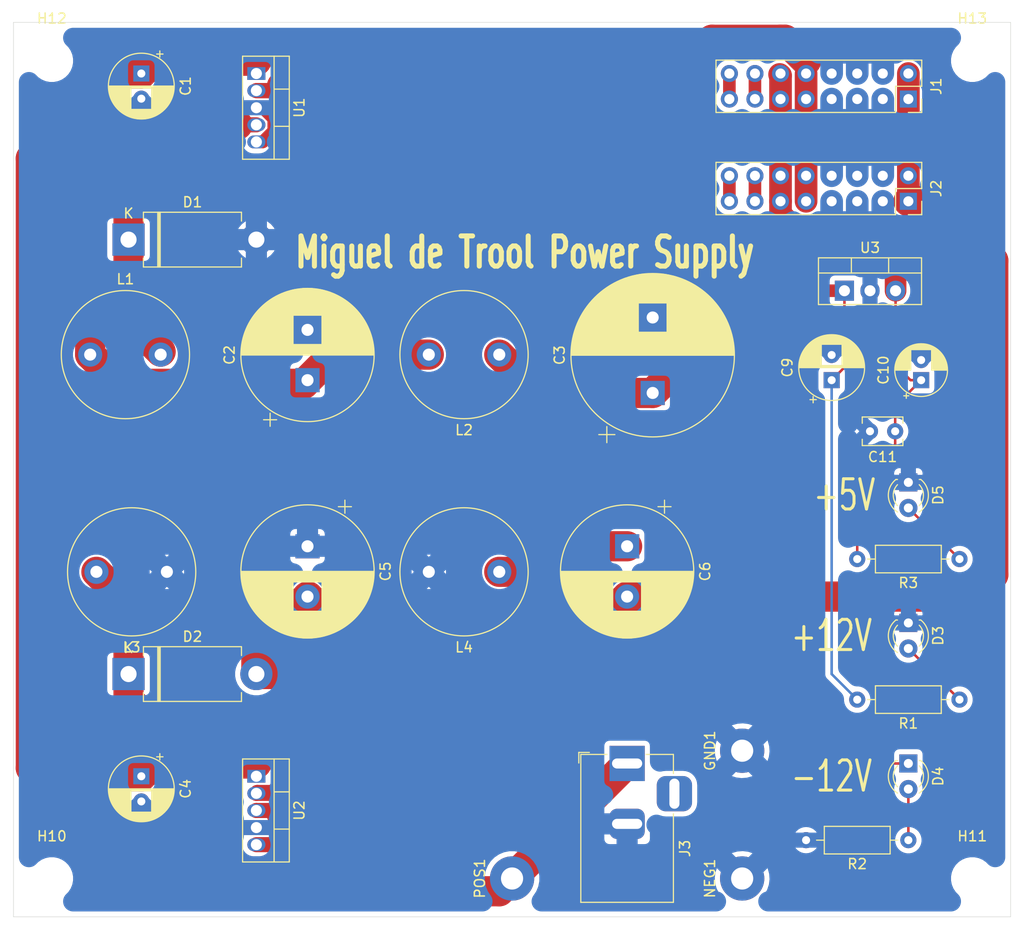
<source format=kicad_pcb>
(kicad_pcb (version 20171130) (host pcbnew "(5.1.6)-1")
  (layers (0 F.Cu signal) (31 B.Cu signal) (34 B.Paste user) (35 F.Paste user) (36 B.SilkS user) (37 F.SilkS user) (38 B.Mask user) (39 F.Mask user) (44 Edge.Cuts user))
  (net 0 "")
  (net 1 GND)
  (net 2 +15V)
  (net 3 "Net-(C2-Pad1)")
  (net 4 "Net-(C3-Pad1)")
  (net 5 "Net-(C5-Pad2)")
  (net 6 "Net-(C6-Pad1)")
  (net 7 "Net-(C10-Pad1)")
  (net 8 "Net-(D1-Pad1)")
  (net 9 "Net-(D2-Pad1)")
  (net 10 "Net-(D3-Pad2)")
  (net 11 "Net-(D4-Pad2)")
  (net 12 "Net-(D5-Pad2)")
  (net 13 "Net-(J1-Pad15)")
  (net 14 "Net-(J1-Pad13)")
  (net 15 "Net-(J2-Pad15)")
  (net 16 "Net-(J2-Pad13)")
  (module Capacitor_THT:CP_Radial_D13.0mm_P5.00mm (layer F.Cu) (at 118.11 86.36 90)
    (fp_text reference C2 (at 2.5 -7.75 90) (layer F.SilkS))
    (fp_text value 2200µF)
    (pad 2 thru_hole circle (at 5 0 90) (size 2.4 2.4) (drill 1.2) (layers *.Cu *.Mask) (net 1 GND))
    (pad 1 thru_hole rect (at 0 0 90) (size 2.4 2.4) (drill 1.2) (layers *.Cu *.Mask) (net 3 "Net-(C2-Pad1)"))
  )
  (module Capacitor_THT:CP_Radial_D13.0mm_P5.00mm (layer F.Cu) (at 118.11 102.87 270)
    (fp_text reference C5 (at 2.5 -7.75 90) (layer F.SilkS))
    (fp_text value 2200µF)
    (pad 2 thru_hole circle (at 5 0 270) (size 2.4 2.4) (drill 1.2) (layers *.Cu *.Mask) (net 5 "Net-(C5-Pad2)"))
    (pad 1 thru_hole rect (at 0 0 270) (size 2.4 2.4) (drill 1.2) (layers *.Cu *.Mask) (net 1 GND))
  )
  (module Capacitor_THT:CP_Radial_D6.3mm_P2.50mm (layer F.Cu) (at 101.6 125.73 270)
    (fp_text reference C4 (at 1.25 -4.4 90) (layer F.SilkS))
    (fp_text value 100µF)
    (pad 2 thru_hole circle (at 2.5 0 270) (size 1.6 1.6) (drill 0.8) (layers *.Cu *.Mask) (net 1 GND))
    (pad 1 thru_hole rect (at 0 0 270) (size 1.6 1.6) (drill 0.8) (layers *.Cu *.Mask) (net 2 +15V))
  )
  (module Inductor_THT:L_Radial_D12.5mm_P7.00mm_Fastron_09HCP (layer F.Cu) (at 104.14 105.41 180)
    (fp_text reference L3 (at 3.5 -7.5) (layer F.SilkS))
    (fp_text value 100µH)
    (pad 2 thru_hole circle (at 7 0 180) (size 2.4 2.4) (drill 1.2) (layers *.Cu *.Mask) (net 9 "Net-(D2-Pad1)"))
    (pad 1 thru_hole circle (at 0 0 180) (size 2.4 2.4) (drill 1.2) (layers *.Cu *.Mask) (net 1 GND))
  )
  (module Inductor_THT:L_Radial_D12.5mm_P7.00mm_Fastron_09HCP (layer F.Cu) (at 137.16 105.41 180)
    (fp_text reference L4 (at 3.5 -7.5) (layer F.SilkS))
    (fp_text value 100µH)
    (pad 2 thru_hole circle (at 7 0 180) (size 2.4 2.4) (drill 1.2) (layers *.Cu *.Mask) (net 1 GND))
    (pad 1 thru_hole circle (at 0 0 180) (size 2.4 2.4) (drill 1.2) (layers *.Cu *.Mask) (net 6 "Net-(C6-Pad1)"))
  )
  (module Capacitor_THT:CP_Radial_D16.0mm_P7.50mm (layer F.Cu) (at 152.4 87.63 90)
    (fp_text reference C3 (at 3.75 -9.25 90) (layer F.SilkS))
    (fp_text value 4700µF)
    (pad 2 thru_hole circle (at 7.5 0 90) (size 2.4 2.4) (drill 1.2) (layers *.Cu *.Mask) (net 1 GND))
    (pad 1 thru_hole rect (at 0 0 90) (size 2.4 2.4) (drill 1.2) (layers *.Cu *.Mask) (net 4 "Net-(C3-Pad1)"))
  )
  (module Capacitor_THT:CP_Radial_D6.3mm_P2.50mm (layer F.Cu) (at 101.6 55.88 270)
    (fp_text reference C1 (at 1.25 -4.4 90) (layer F.SilkS))
    (fp_text value 100µF)
    (pad 2 thru_hole circle (at 2.5 0 270) (size 1.6 1.6) (drill 0.8) (layers *.Cu *.Mask) (net 1 GND))
    (pad 1 thru_hole rect (at 0 0 270) (size 1.6 1.6) (drill 0.8) (layers *.Cu *.Mask) (net 2 +15V))
  )
  (module MountingHole:MountingHole_2.2mm_M2_Pad (layer F.Cu) (at 161.29 123.19 90)
    (fp_text reference GND1 (at 0 -3.2 90) (layer F.SilkS))
    (fp_text value "MountingHole_Pad real ground")
    (pad 1 thru_hole circle (at 0 0 90) (size 4.4 4.4) (drill 2.2) (layers *.Cu *.Mask) (net 1 GND))
  )
  (module Capacitor_THT:CP_Radial_D6.3mm_P2.50mm (layer F.Cu) (at 170.18 86.36 90)
    (fp_text reference C9 (at 1.25 -4.4 90) (layer F.SilkS))
    (fp_text value 100µf)
    (pad 2 thru_hole circle (at 2.5 0 90) (size 1.6 1.6) (drill 0.8) (layers *.Cu *.Mask) (net 1 GND))
    (pad 1 thru_hole rect (at 0 0 90) (size 1.6 1.6) (drill 0.8) (layers *.Cu *.Mask) (net 4 "Net-(C3-Pad1)"))
  )
  (module Inductor_THT:L_Radial_D12.5mm_P7.00mm_Fastron_09HCP (layer F.Cu) (at 137.16 83.82 180)
    (fp_text reference L2 (at 3.5 -7.5) (layer F.SilkS))
    (fp_text value 100µH)
    (pad 2 thru_hole circle (at 7 0 180) (size 2.4 2.4) (drill 1.2) (layers *.Cu *.Mask) (net 3 "Net-(C2-Pad1)"))
    (pad 1 thru_hole circle (at 0 0 180) (size 2.4 2.4) (drill 1.2) (layers *.Cu *.Mask) (net 4 "Net-(C3-Pad1)"))
  )
  (module LED_THT:LED_D3.0mm (layer F.Cu) (at 177.8 110.49 270)
    (fp_text reference D3 (at 1.27 -2.96 90) (layer F.SilkS))
    (fp_text value LED)
    (pad 2 thru_hole circle (at 2.54 0 270) (size 1.8 1.8) (drill 0.9) (layers *.Cu *.Mask) (net 10 "Net-(D3-Pad2)"))
    (pad 1 thru_hole rect (at 0 0 270) (size 1.8 1.8) (drill 0.9) (layers *.Cu *.Mask) (net 1 GND))
  )
  (module Diode_THT:D_DO-201AD_P12.70mm_Horizontal (layer F.Cu) (at 100.33 115.57)
    (fp_text reference D2 (at 6.35 -3.72) (layer F.SilkS))
    (fp_text value 1N5822)
    (fp_text user K (at 0 -2.6) (layer F.SilkS))
    (pad 2 thru_hole oval (at 12.7 0) (size 3.2 3.2) (drill 1.6) (layers *.Cu *.Mask) (net 5 "Net-(C5-Pad2)"))
    (pad 1 thru_hole rect (at 0 0) (size 3.2 3.2) (drill 1.6) (layers *.Cu *.Mask) (net 9 "Net-(D2-Pad1)"))
  )
  (module Diode_THT:D_DO-201AD_P12.70mm_Horizontal (layer F.Cu) (at 100.33 72.39)
    (fp_text reference D1 (at 6.35 -3.72) (layer F.SilkS))
    (fp_text value 1N5822)
    (fp_text user K (at 0 -2.6) (layer F.SilkS))
    (pad 2 thru_hole oval (at 12.7 0) (size 3.2 3.2) (drill 1.6) (layers *.Cu *.Mask) (net 1 GND))
    (pad 1 thru_hole rect (at 0 0) (size 3.2 3.2) (drill 1.6) (layers *.Cu *.Mask) (net 8 "Net-(D1-Pad1)"))
  )
  (module Inductor_THT:L_Radial_D12.5mm_P7.00mm_Fastron_09HCP (layer F.Cu) (at 96.52 83.82)
    (fp_text reference L1 (at 3.5 -7.5) (layer F.SilkS))
    (fp_text value 100µH)
    (pad 2 thru_hole circle (at 7 0) (size 2.4 2.4) (drill 1.2) (layers *.Cu *.Mask) (net 8 "Net-(D1-Pad1)"))
    (pad 1 thru_hole circle (at 0 0) (size 2.4 2.4) (drill 1.2) (layers *.Cu *.Mask) (net 3 "Net-(C2-Pad1)"))
  )
  (module Connector_PinSocket_2.54mm:PinSocket_2x08_P2.54mm_Vertical (layer F.Cu) (at 177.8 58.42 270)
    (fp_text reference J1 (at -1.27 -2.77 90) (layer F.SilkS))
    (fp_text value Conn_02x08_Odd_Even)
    (pad 16 thru_hole oval (at -2.54 17.78 270) (size 1.7 1.7) (drill 1) (layers *.Cu *.Mask) (net 13 "Net-(J1-Pad15)"))
    (pad 15 thru_hole oval (at 0 17.78 270) (size 1.7 1.7) (drill 1) (layers *.Cu *.Mask) (net 13 "Net-(J1-Pad15)"))
    (pad 14 thru_hole oval (at -2.54 15.24 270) (size 1.7 1.7) (drill 1) (layers *.Cu *.Mask) (net 14 "Net-(J1-Pad13)"))
    (pad 13 thru_hole oval (at 0 15.24 270) (size 1.7 1.7) (drill 1) (layers *.Cu *.Mask) (net 14 "Net-(J1-Pad13)"))
    (pad 12 thru_hole oval (at -2.54 12.7 270) (size 1.7 1.7) (drill 1) (layers *.Cu *.Mask) (net 7 "Net-(C10-Pad1)"))
    (pad 11 thru_hole oval (at 0 12.7 270) (size 1.7 1.7) (drill 1) (layers *.Cu *.Mask) (net 7 "Net-(C10-Pad1)"))
    (pad 10 thru_hole oval (at -2.54 10.16 270) (size 1.7 1.7) (drill 1) (layers *.Cu *.Mask) (net 4 "Net-(C3-Pad1)"))
    (pad 9 thru_hole oval (at 0 10.16 270) (size 1.7 1.7) (drill 1) (layers *.Cu *.Mask) (net 4 "Net-(C3-Pad1)"))
    (pad 8 thru_hole oval (at -2.54 7.62 270) (size 1.7 1.7) (drill 1) (layers *.Cu *.Mask) (net 1 GND))
    (pad 7 thru_hole oval (at 0 7.62 270) (size 1.7 1.7) (drill 1) (layers *.Cu *.Mask) (net 1 GND))
    (pad 6 thru_hole oval (at -2.54 5.08 270) (size 1.7 1.7) (drill 1) (layers *.Cu *.Mask) (net 1 GND))
    (pad 5 thru_hole oval (at 0 5.08 270) (size 1.7 1.7) (drill 1) (layers *.Cu *.Mask) (net 1 GND))
    (pad 4 thru_hole oval (at -2.54 2.54 270) (size 1.7 1.7) (drill 1) (layers *.Cu *.Mask) (net 1 GND))
    (pad 3 thru_hole oval (at 0 2.54 270) (size 1.7 1.7) (drill 1) (layers *.Cu *.Mask) (net 1 GND))
    (pad 2 thru_hole oval (at -2.54 0 270) (size 1.7 1.7) (drill 1) (layers *.Cu *.Mask) (net 5 "Net-(C5-Pad2)"))
    (pad 1 thru_hole rect (at 0 0 270) (size 1.7 1.7) (drill 1) (layers *.Cu *.Mask) (net 5 "Net-(C5-Pad2)"))
  )
  (module Connector_PinSocket_2.54mm:PinSocket_2x08_P2.54mm_Vertical (layer F.Cu) (at 177.8 68.58 270)
    (fp_text reference J2 (at -1.27 -2.77 90) (layer F.SilkS))
    (fp_text value Conn_02x08_Odd_Even)
    (pad 16 thru_hole oval (at -2.54 17.78 270) (size 1.7 1.7) (drill 1) (layers *.Cu *.Mask) (net 15 "Net-(J2-Pad15)"))
    (pad 15 thru_hole oval (at 0 17.78 270) (size 1.7 1.7) (drill 1) (layers *.Cu *.Mask) (net 15 "Net-(J2-Pad15)"))
    (pad 14 thru_hole oval (at -2.54 15.24 270) (size 1.7 1.7) (drill 1) (layers *.Cu *.Mask) (net 16 "Net-(J2-Pad13)"))
    (pad 13 thru_hole oval (at 0 15.24 270) (size 1.7 1.7) (drill 1) (layers *.Cu *.Mask) (net 16 "Net-(J2-Pad13)"))
    (pad 12 thru_hole oval (at -2.54 12.7 270) (size 1.7 1.7) (drill 1) (layers *.Cu *.Mask) (net 7 "Net-(C10-Pad1)"))
    (pad 11 thru_hole oval (at 0 12.7 270) (size 1.7 1.7) (drill 1) (layers *.Cu *.Mask) (net 7 "Net-(C10-Pad1)"))
    (pad 10 thru_hole oval (at -2.54 10.16 270) (size 1.7 1.7) (drill 1) (layers *.Cu *.Mask) (net 4 "Net-(C3-Pad1)"))
    (pad 9 thru_hole oval (at 0 10.16 270) (size 1.7 1.7) (drill 1) (layers *.Cu *.Mask) (net 4 "Net-(C3-Pad1)"))
    (pad 8 thru_hole oval (at -2.54 7.62 270) (size 1.7 1.7) (drill 1) (layers *.Cu *.Mask) (net 1 GND))
    (pad 7 thru_hole oval (at 0 7.62 270) (size 1.7 1.7) (drill 1) (layers *.Cu *.Mask) (net 1 GND))
    (pad 6 thru_hole oval (at -2.54 5.08 270) (size 1.7 1.7) (drill 1) (layers *.Cu *.Mask) (net 1 GND))
    (pad 5 thru_hole oval (at 0 5.08 270) (size 1.7 1.7) (drill 1) (layers *.Cu *.Mask) (net 1 GND))
    (pad 4 thru_hole oval (at -2.54 2.54 270) (size 1.7 1.7) (drill 1) (layers *.Cu *.Mask) (net 1 GND))
    (pad 3 thru_hole oval (at 0 2.54 270) (size 1.7 1.7) (drill 1) (layers *.Cu *.Mask) (net 1 GND))
    (pad 2 thru_hole oval (at -2.54 0 270) (size 1.7 1.7) (drill 1) (layers *.Cu *.Mask) (net 5 "Net-(C5-Pad2)"))
    (pad 1 thru_hole rect (at 0 0 270) (size 1.7 1.7) (drill 1) (layers *.Cu *.Mask) (net 5 "Net-(C5-Pad2)"))
  )
  (module LED_THT:LED_D3.0mm (layer F.Cu) (at 177.8 96.52 270)
    (fp_text reference D5 (at 1.27 -2.96 90) (layer F.SilkS))
    (fp_text value LED)
    (pad 2 thru_hole circle (at 2.54 0 270) (size 1.8 1.8) (drill 0.9) (layers *.Cu *.Mask) (net 12 "Net-(D5-Pad2)"))
    (pad 1 thru_hole rect (at 0 0 270) (size 1.8 1.8) (drill 0.9) (layers *.Cu *.Mask) (net 1 GND))
  )
  (module MountingHole:MountingHole_2.2mm_M2_Pad (layer F.Cu) (at 161.29 135.89 90)
    (fp_text reference NEG1 (at 0 -3.2 90) (layer F.SilkS))
    (fp_text value MountingHole_Pad)
    (pad 1 thru_hole circle (at 0 0 90) (size 4.4 4.4) (drill 2.2) (layers *.Cu *.Mask) (net 1 GND))
  )
  (module MountingHole:MountingHole_2.2mm_M2_Pad (layer F.Cu) (at 138.43 135.89 90)
    (fp_text reference POS1 (at 0 -3.2 90) (layer F.SilkS))
    (fp_text value MountingHole_Pad)
    (pad 1 thru_hole circle (at 0 0 90) (size 4.4 4.4) (drill 2.2) (layers *.Cu *.Mask) (net 2 +15V))
  )
  (module LED_THT:LED_D3.0mm (layer F.Cu) (at 177.8 124.46 270)
    (fp_text reference D4 (at 1.27 -2.96 90) (layer F.SilkS))
    (fp_text value LED)
    (pad 2 thru_hole circle (at 2.54 0 270) (size 1.8 1.8) (drill 0.9) (layers *.Cu *.Mask) (net 11 "Net-(D4-Pad2)"))
    (pad 1 thru_hole rect (at 0 0 270) (size 1.8 1.8) (drill 0.9) (layers *.Cu *.Mask) (net 5 "Net-(C5-Pad2)"))
  )
  (module Capacitor_THT:C_Disc_D3.8mm_W2.6mm_P2.50mm (layer F.Cu) (at 176.49 91.44 180)
    (fp_text reference C11 (at 1.25 -2.55) (layer F.SilkS))
    (fp_text value 100nF)
    (pad 2 thru_hole circle (at 2.5 0 180) (size 1.6 1.6) (drill 0.8) (layers *.Cu *.Mask) (net 1 GND))
    (pad 1 thru_hole circle (at 0 0 180) (size 1.6 1.6) (drill 0.8) (layers *.Cu *.Mask) (net 7 "Net-(C10-Pad1)"))
  )
  (module Capacitor_THT:CP_Radial_D5.0mm_P2.00mm (layer F.Cu) (at 179.07 86.36 90)
    (fp_text reference C10 (at 1 -3.75 90) (layer F.SilkS))
    (fp_text value 10µF)
    (pad 2 thru_hole circle (at 2 0 90) (size 1.6 1.6) (drill 0.8) (layers *.Cu *.Mask) (net 1 GND))
    (pad 1 thru_hole rect (at 0 0 90) (size 1.6 1.6) (drill 0.8) (layers *.Cu *.Mask) (net 7 "Net-(C10-Pad1)"))
  )
  (module Capacitor_THT:CP_Radial_D13.0mm_P5.00mm (layer F.Cu) (at 149.86 102.87 270)
    (fp_text reference C6 (at 2.5 -7.75 90) (layer F.SilkS))
    (fp_text value 2200µF)
    (pad 2 thru_hole circle (at 5 0 270) (size 2.4 2.4) (drill 1.2) (layers *.Cu *.Mask) (net 5 "Net-(C5-Pad2)"))
    (pad 1 thru_hole rect (at 0 0 270) (size 2.4 2.4) (drill 1.2) (layers *.Cu *.Mask) (net 6 "Net-(C6-Pad1)"))
  )
  (module Connector_BarrelJack:BarrelJack_Horizontal (layer F.Cu) (at 149.86 124.46 90)
    (fp_text reference J3 (at -8.45 5.75 90) (layer F.SilkS))
    (fp_text value Barrel_Jack)
    (pad 3 thru_hole roundrect (at -3 4.7 90) (size 3.5 3.5) (drill oval 3 1) (layers *.Cu *.Mask))
    (pad 2 thru_hole roundrect (at -6 0 90) (size 3 3.5) (drill oval 1 3) (layers *.Cu *.Mask) (net 1 GND))
    (pad 1 thru_hole rect (at 0 0 90) (size 3.5 3.5) (drill oval 1 3) (layers *.Cu *.Mask) (net 2 +15V))
  )
  (module MountingHole:MountingHole_3.2mm_M3 (layer F.Cu) (at 184.15 54.61)
    (fp_text reference H13 (at 0 -4.2) (layer F.SilkS))
    (fp_text value MountingHole)
    (pad 1 np_thru_hole circle (at 0 0) (size 3.2 3.2) (drill 3.2) (layers *.Cu *.Mask))
  )
  (module MountingHole:MountingHole_3.2mm_M3 (layer F.Cu) (at 92.71 54.61)
    (fp_text reference H12 (at 0 -4.2) (layer F.SilkS))
    (fp_text value MountingHole)
    (pad 1 np_thru_hole circle (at 0 0) (size 3.2 3.2) (drill 3.2) (layers *.Cu *.Mask))
  )
  (module MountingHole:MountingHole_3.2mm_M3 (layer F.Cu) (at 184.15 135.89)
    (fp_text reference H11 (at 0 -4.2) (layer F.SilkS))
    (fp_text value MountingHole)
    (pad 1 np_thru_hole circle (at 0 0) (size 3.2 3.2) (drill 3.2) (layers *.Cu *.Mask))
  )
  (module Package_TO_SOT_THT:TO-220-3_Vertical (layer F.Cu) (at 171.45 77.47)
    (fp_text reference U3 (at 2.54 -4.27) (layer F.SilkS))
    (fp_text value LM7805_TO220)
    (pad 3 thru_hole oval (at 5.08 0) (size 1.905 2) (drill 1.1) (layers *.Cu *.Mask) (net 7 "Net-(C10-Pad1)"))
    (pad 2 thru_hole oval (at 2.54 0) (size 1.905 2) (drill 1.1) (layers *.Cu *.Mask) (net 1 GND))
    (pad 1 thru_hole rect (at 0 0) (size 1.905 2) (drill 1.1) (layers *.Cu *.Mask) (net 4 "Net-(C3-Pad1)"))
  )
  (module Package_TO_SOT_THT:TO-220-5_Vertical (layer F.Cu) (at 113.03 125.73 270)
    (fp_text reference U2 (at 3.4 -4.27 90) (layer F.SilkS))
    (fp_text value LM2576T-12)
    (pad 5 thru_hole oval (at 6.8 0 270) (size 1.275 1.8) (drill 1.1) (layers *.Cu *.Mask) (net 5 "Net-(C5-Pad2)"))
    (pad 4 thru_hole oval (at 5.1 0 270) (size 1.275 1.8) (drill 1.1) (layers *.Cu *.Mask) (net 1 GND))
    (pad 3 thru_hole oval (at 3.4 0 270) (size 1.275 1.8) (drill 1.1) (layers *.Cu *.Mask) (net 5 "Net-(C5-Pad2)"))
    (pad 2 thru_hole oval (at 1.7 0 270) (size 1.275 1.8) (drill 1.1) (layers *.Cu *.Mask) (net 9 "Net-(D2-Pad1)"))
    (pad 1 thru_hole rect (at 0 0 270) (size 1.275 1.8) (drill 1.1) (layers *.Cu *.Mask) (net 2 +15V))
  )
  (module Package_TO_SOT_THT:TO-220-5_Vertical (layer F.Cu) (at 113.03 55.88 270)
    (fp_text reference U1 (at 3.4 -4.27 90) (layer F.SilkS))
    (fp_text value LM2576T-12)
    (pad 5 thru_hole oval (at 6.8 0 270) (size 1.275 1.8) (drill 1.1) (layers *.Cu *.Mask) (net 1 GND))
    (pad 4 thru_hole oval (at 5.1 0 270) (size 1.275 1.8) (drill 1.1) (layers *.Cu *.Mask) (net 3 "Net-(C2-Pad1)"))
    (pad 3 thru_hole oval (at 3.4 0 270) (size 1.275 1.8) (drill 1.1) (layers *.Cu *.Mask) (net 1 GND))
    (pad 2 thru_hole oval (at 1.7 0 270) (size 1.275 1.8) (drill 1.1) (layers *.Cu *.Mask) (net 8 "Net-(D1-Pad1)"))
    (pad 1 thru_hole rect (at 0 0 270) (size 1.275 1.8) (drill 1.1) (layers *.Cu *.Mask) (net 2 +15V))
  )
  (module Resistor_THT:R_Axial_DIN0207_L6.3mm_D2.5mm_P10.16mm_Horizontal (layer F.Cu) (at 182.88 104.14 180)
    (fp_text reference R3 (at 5.08 -2.37) (layer F.SilkS))
    (fp_text value 1000)
    (pad 2 thru_hole oval (at 10.16 0 180) (size 1.6 1.6) (drill 0.8) (layers *.Cu *.Mask) (net 7 "Net-(C10-Pad1)"))
    (pad 1 thru_hole circle (at 0 0 180) (size 1.6 1.6) (drill 0.8) (layers *.Cu *.Mask) (net 12 "Net-(D5-Pad2)"))
  )
  (module Resistor_THT:R_Axial_DIN0207_L6.3mm_D2.5mm_P10.16mm_Horizontal (layer F.Cu) (at 177.8 132.08 180)
    (fp_text reference R2 (at 5.08 -2.37) (layer F.SilkS))
    (fp_text value 1000)
    (pad 2 thru_hole oval (at 10.16 0 180) (size 1.6 1.6) (drill 0.8) (layers *.Cu *.Mask) (net 1 GND))
    (pad 1 thru_hole circle (at 0 0 180) (size 1.6 1.6) (drill 0.8) (layers *.Cu *.Mask) (net 11 "Net-(D4-Pad2)"))
  )
  (module Resistor_THT:R_Axial_DIN0207_L6.3mm_D2.5mm_P10.16mm_Horizontal (layer F.Cu) (at 182.88 118.11 180)
    (fp_text reference R1 (at 5.08 -2.37) (layer F.SilkS))
    (fp_text value 1000)
    (pad 2 thru_hole oval (at 10.16 0 180) (size 1.6 1.6) (drill 0.8) (layers *.Cu *.Mask) (net 4 "Net-(C3-Pad1)"))
    (pad 1 thru_hole circle (at 0 0 180) (size 1.6 1.6) (drill 0.8) (layers *.Cu *.Mask) (net 10 "Net-(D3-Pad2)"))
  )
  (module MountingHole:MountingHole_3.2mm_M3 (layer F.Cu) (at 92.71 135.89)
    (fp_text reference H10 (at 0 -4.2) (layer F.SilkS))
    (fp_text value MountingHole)
    (pad 1 np_thru_hole circle (at 0 0) (size 3.2 3.2) (drill 3.2) (layers *.Cu *.Mask))
  )
  (gr_line (start 187.96 50.8) (end 88.9 50.8) (layer Edge.Cuts) (width 0.05))
  (gr_line (start 88.9 139.7) (end 187.96 139.7) (layer Edge.Cuts) (width 0.05))
  (gr_line (start 88.9 50.8) (end 88.9 139.7) (layer Edge.Cuts) (width 0.05))
  (gr_line (start 187.96 139.7) (end 187.96 50.8) (layer Edge.Cuts) (width 0.05))
  (gr_text "Miguel de Trool Power Supply" (at 139.7 73.66) (layer F.SilkS) (effects (font (size 3 2) (thickness 0.5))))
  (gr_text -12V (at 170.18 125.73) (layer F.SilkS) (effects (font (size 3 2) (thickness 0.3))))
  (gr_text +12V (at 170.18 111.76) (layer F.SilkS) (effects (font (size 3 2) (thickness 0.3))))
  (gr_text +5V (at 171.45 97.79) (layer F.SilkS) (effects (font (size 3 2) (thickness 0.3))))
  (segment (start 152.52 80.13) (end 152.4 80.13) (width 1.25) (layer B.Cu) (net 1))
  (segment (start 113.03 72.39) (end 114.3 72.39) (width 1.25) (layer B.Cu) (net 1))
  (segment (start 152.28 80.13) (end 152.4 80.13) (width 1.25) (layer B.Cu) (net 1))
  (segment (start 114.75501 60.374209) (end 113.660801 59.28) (width 1.25) (layer F.Cu) (net 1))
  (segment (start 114.75501 61.585791) (end 114.75501 60.374209) (width 1.25) (layer F.Cu) (net 1))
  (segment (start 113.660801 62.68) (end 114.75501 61.585791) (width 1.25) (layer F.Cu) (net 1))
  (segment (start 113.660801 59.28) (end 113.03 59.28) (width 1.25) (layer F.Cu) (net 1))
  (segment (start 113.03 62.68) (end 113.660801 62.68) (width 1.25) (layer F.Cu) (net 1))
  (segment (start 118.11 81.36) (end 118.19 81.36) (width 1.25) (layer B.Cu) (net 1))
  (segment (start 118.03 81.36) (end 118.11 81.36) (width 1.25) (layer B.Cu) (net 1))
  (segment (start 104.14 105.41) (end 105.41 106.68) (width 1.5) (layer B.Cu) (net 1))
  (segment (start 104.14 105.41) (end 105.41 104.14) (width 1.5) (layer B.Cu) (net 1))
  (segment (start 104.14 105.41) (end 102.87 104.14) (width 1.5) (layer B.Cu) (net 1))
  (segment (start 104.14 105.41) (end 102.87 106.68) (width 1.5) (layer B.Cu) (net 1))
  (segment (start 113.03 130.83) (end 114.28 130.83) (width 1.5) (layer B.Cu) (net 1))
  (segment (start 111.78 130.83) (end 113.03 130.83) (width 1.5) (layer B.Cu) (net 1))
  (segment (start 101.6 128.23) (end 100.33 129.5) (width 1.5) (layer B.Cu) (net 1))
  (segment (start 101.6 128.23) (end 102.87 129.5) (width 1.5) (layer B.Cu) (net 1))
  (segment (start 110.9 59.28) (end 113.03 59.28) (width 1.5) (layer B.Cu) (net 1))
  (segment (start 113.03 59.28) (end 115.16 59.28) (width 1.5) (layer B.Cu) (net 1))
  (segment (start 102.87 59.65) (end 101.6 58.38) (width 1.5) (layer B.Cu) (net 1))
  (segment (start 101.6 58.38) (end 100.33 59.65) (width 1.5) (layer B.Cu) (net 1))
  (segment (start 173.99 77.47) (end 173.99 76.2) (width 1.5) (layer B.Cu) (net 1))
  (segment (start 173.99 77.47) (end 173.99 80.01) (width 1.5) (layer B.Cu) (net 1))
  (segment (start 179.07 84.36) (end 180.34 83.09) (width 1.5) (layer B.Cu) (net 1))
  (segment (start 179.07 84.36) (end 177.8 83.09) (width 1.5) (layer B.Cu) (net 1))
  (segment (start 170.18 83.86) (end 171.45 82.59) (width 1.5) (layer B.Cu) (net 1))
  (segment (start 170.18 83.86) (end 168.91 82.59) (width 1.5) (layer B.Cu) (net 1))
  (segment (start 173.99 91.44) (end 172.72 90.17) (width 1.5) (layer B.Cu) (net 1))
  (segment (start 173.99 91.44) (end 172.72 92.71) (width 1.5) (layer B.Cu) (net 1))
  (segment (start 177.8 96.52) (end 176.53 96.52) (width 1.5) (layer B.Cu) (net 1))
  (segment (start 176.53 96.52) (end 179.07 96.52) (width 1.5) (layer B.Cu) (net 1))
  (segment (start 177.8 96.52) (end 177.8 95.25) (width 1.5) (layer B.Cu) (net 1))
  (segment (start 177.8 110.49) (end 177.8 109.22) (width 1.5) (layer B.Cu) (net 1))
  (segment (start 177.8 110.49) (end 179.07 110.49) (width 1.5) (layer B.Cu) (net 1))
  (segment (start 177.8 110.49) (end 176.53 110.49) (width 1.5) (layer B.Cu) (net 1))
  (segment (start 167.64 132.08) (end 168.91 132.08) (width 1.5) (layer B.Cu) (net 1))
  (segment (start 167.64 132.08) (end 166.37 132.08) (width 1.5) (layer B.Cu) (net 1))
  (segment (start 172.72 55.88) (end 172.72 54.61) (width 2.25) (layer B.Cu) (net 1))
  (segment (start 170.18 55.88) (end 170.18 54.61) (width 2.25) (layer B.Cu) (net 1))
  (segment (start 175.26 54.61) (end 175.26 55.88) (width 2.25) (layer B.Cu) (net 1))
  (segment (start 175.26 58.42) (end 175.26 59.69) (width 2.25) (layer B.Cu) (net 1))
  (segment (start 172.72 58.42) (end 172.72 59.69) (width 2.25) (layer B.Cu) (net 1))
  (segment (start 170.18 58.42) (end 170.18 59.69) (width 2.25) (layer B.Cu) (net 1))
  (segment (start 170.18 66.04) (end 170.18 64.77) (width 2.25) (layer B.Cu) (net 1))
  (segment (start 172.72 66.04) (end 172.72 64.77) (width 2.25) (layer B.Cu) (net 1))
  (segment (start 175.26 66.04) (end 175.26 64.77) (width 2.25) (layer B.Cu) (net 1))
  (segment (start 175.26 68.58) (end 175.26 69.85) (width 2.25) (layer B.Cu) (net 1))
  (segment (start 172.72 68.58) (end 172.72 69.85) (width 2.25) (layer B.Cu) (net 1))
  (segment (start 170.18 68.58) (end 170.18 69.85) (width 2.25) (layer B.Cu) (net 1))
  (segment (start 101.6 55.879999) (end 99.060001 55.879999) (width 3) (layer F.Cu) (net 2))
  (segment (start 99.060001 55.879999) (end 90.62501 64.31499) (width 3) (layer F.Cu) (net 2))
  (segment (start 90.62501 64.31499) (end 90.62501 124.91501) (width 3) (layer F.Cu) (net 2))
  (segment (start 92.71 125.73) (end 92.075 126.365) (width 3) (layer F.Cu) (net 2))
  (segment (start 101.6 125.73) (end 92.71 125.73) (width 3) (layer F.Cu) (net 2))
  (segment (start 90.62501 124.91501) (end 92.075 126.365) (width 3) (layer F.Cu) (net 2))
  (segment (start 137.16 137.16) (end 138.43 135.89) (width 3) (layer F.Cu) (net 2))
  (segment (start 92.075 126.365) (end 102.87 137.16) (width 3) (layer F.Cu) (net 2))
  (segment (start 102.87 137.16) (end 137.16 137.16) (width 3) (layer F.Cu) (net 2))
  (segment (start 138.43 135.89) (end 149.86 124.46) (width 3) (layer F.Cu) (net 2))
  (segment (start 101.6 125.73) (end 102.87 124.46) (width 3) (layer F.Cu) (net 2))
  (segment (start 101.6 55.88) (end 102.87 54.61) (width 3) (layer F.Cu) (net 2))
  (segment (start 102.87 124.46) (end 113.03 124.46) (width 3) (layer F.Cu) (net 2))
  (segment (start 102.87 54.61) (end 113.03 54.61) (width 3) (layer F.Cu) (net 2))
  (segment (start 111.76 124.46) (end 113.03 124.46) (width 3) (layer F.Cu) (net 2))
  (segment (start 120.65 83.82) (end 118.11 86.36) (width 3) (layer F.Cu) (net 3))
  (segment (start 130.16 83.82) (end 120.65 83.82) (width 3) (layer F.Cu) (net 3))
  (segment (start 96.52 83.82) (end 99.420001 86.720001) (width 3) (layer F.Cu) (net 3))
  (segment (start 117.749999 86.720001) (end 118.11 86.36) (width 3) (layer F.Cu) (net 3))
  (segment (start 99.420001 86.720001) (end 117.749999 86.720001) (width 3) (layer F.Cu) (net 3))
  (segment (start 96.52 83.82) (end 96.52 64.77) (width 3) (layer F.Cu) (net 3))
  (segment (start 96.52 64.77) (end 100.33 60.96) (width 3) (layer F.Cu) (net 3))
  (segment (start 100.35 60.98) (end 111.161762 60.98) (width 3) (layer F.Cu) (net 3))
  (segment (start 100.33 60.96) (end 100.35 60.98) (width 3) (layer F.Cu) (net 3))
  (segment (start 113.03 60.98) (end 111.161762 60.98) (width 1.5) (layer F.Cu) (net 3))
  (segment (start 171.45 85.09) (end 171.45 77.47) (width 0.25) (layer F.Cu) (net 4))
  (segment (start 170.18 86.36) (end 171.45 85.09) (width 0.25) (layer F.Cu) (net 4))
  (segment (start 162.56 77.47) (end 171.45 77.47) (width 1.25) (layer F.Cu) (net 4))
  (segment (start 152.4 87.63) (end 158.75 81.28) (width 3) (layer F.Cu) (net 4))
  (segment (start 162.56 77.47) (end 158.75 81.28) (width 1.25) (layer F.Cu) (net 4))
  (segment (start 140.97 87.63) (end 137.16 83.82) (width 3) (layer F.Cu) (net 4))
  (segment (start 152.4 87.63) (end 140.97 87.63) (width 3) (layer F.Cu) (net 4))
  (segment (start 156.21 78.74) (end 156.21 54.61) (width 3) (layer F.Cu) (net 4))
  (segment (start 158.75 81.28) (end 156.21 78.74) (width 3) (layer F.Cu) (net 4))
  (segment (start 156.21 54.61) (end 158.29499 52.52501) (width 3) (layer F.Cu) (net 4))
  (segment (start 170.18 115.57) (end 172.72 118.11) (width 0.25) (layer B.Cu) (net 4))
  (segment (start 170.18 86.36) (end 170.18 115.57) (width 0.25) (layer B.Cu) (net 4))
  (segment (start 158.29499 52.52501) (end 165.1 52.52501) (width 3) (layer F.Cu) (net 4))
  (segment (start 165.1 52.52501) (end 165.55501 52.52501) (width 3) (layer F.Cu) (net 4))
  (segment (start 165.55501 52.52501) (end 167.64 54.61) (width 3) (layer F.Cu) (net 4))
  (segment (start 167.64 55.88) (end 167.64 68.58) (width 2.25) (layer F.Cu) (net 4))
  (segment (start 149.86 107.87) (end 154.86 107.87) (width 0.25) (layer F.Cu) (net 5))
  (segment (start 171.45 124.46) (end 177.8 124.46) (width 0.25) (layer F.Cu) (net 5))
  (segment (start 154.86 107.87) (end 171.45 124.46) (width 0.25) (layer F.Cu) (net 5))
  (segment (start 113.03 112.95) (end 118.11 107.87) (width 3) (layer F.Cu) (net 5))
  (segment (start 113.03 115.57) (end 113.03 112.95) (width 3) (layer F.Cu) (net 5))
  (segment (start 149.419999 108.310001) (end 149.86 107.87) (width 3) (layer F.Cu) (net 5))
  (segment (start 118.11 107.87) (end 118.550001 108.310001) (width 3) (layer F.Cu) (net 5))
  (segment (start 149.86 107.87) (end 147.32 110.41) (width 3) (layer F.Cu) (net 5))
  (segment (start 147.32 110.41) (end 120.73 110.41) (width 3) (layer F.Cu) (net 5))
  (segment (start 118.19 107.87) (end 118.11 107.87) (width 3) (layer F.Cu) (net 5))
  (segment (start 120.73 110.41) (end 118.19 107.87) (width 3) (layer F.Cu) (net 5))
  (segment (start 115.292741 115.57) (end 120.65 120.927259) (width 3) (layer F.Cu) (net 5))
  (segment (start 113.03 115.57) (end 115.292741 115.57) (width 3) (layer F.Cu) (net 5))
  (segment (start 120.65 120.927259) (end 120.65 128.27) (width 3) (layer F.Cu) (net 5))
  (segment (start 120.65 128.27) (end 119.38 129.54) (width 3) (layer F.Cu) (net 5))
  (segment (start 113.030009 129.130009) (end 114.898247 129.130009) (width 1.5) (layer F.Cu) (net 5))
  (segment (start 114.898247 129.130009) (end 115.308238 129.54) (width 1.5) (layer F.Cu) (net 5))
  (segment (start 113.03 129.13) (end 113.030009 129.130009) (width 1.5) (layer F.Cu) (net 5))
  (segment (start 115.805336 129.54) (end 115.308238 129.54) (width 2.5) (layer F.Cu) (net 5))
  (segment (start 119.38 129.54) (end 115.805336 129.54) (width 2.5) (layer F.Cu) (net 5))
  (segment (start 115.57 129.775336) (end 115.805336 129.54) (width 1.5) (layer F.Cu) (net 5))
  (segment (start 115.57 132.08) (end 115.57 129.775336) (width 1.5) (layer F.Cu) (net 5))
  (segment (start 113.03 132.53) (end 115.12 132.53) (width 1.5) (layer F.Cu) (net 5))
  (segment (start 115.12 132.53) (end 115.57 132.08) (width 1.5) (layer F.Cu) (net 5))
  (segment (start 186.23499 105.70501) (end 186.23499 74.47499) (width 3) (layer F.Cu) (net 5))
  (segment (start 186.23499 74.47499) (end 180.34 68.58) (width 3) (layer F.Cu) (net 5))
  (segment (start 149.86 107.87) (end 184.07 107.87) (width 3) (layer F.Cu) (net 5))
  (segment (start 180.34 68.58) (end 177.810001 68.58) (width 3) (layer F.Cu) (net 5))
  (segment (start 184.07 107.87) (end 186.23499 105.70501) (width 3) (layer F.Cu) (net 5))
  (segment (start 177.8 68.58) (end 177.8 55.88) (width 2.25) (layer F.Cu) (net 5))
  (segment (start 139.7 105.41) (end 142.24 102.87) (width 3) (layer F.Cu) (net 6))
  (segment (start 137.16 105.41) (end 139.7 105.41) (width 3) (layer F.Cu) (net 6))
  (segment (start 149.86 102.87) (end 142.24 102.87) (width 3) (layer F.Cu) (net 6))
  (segment (start 176.53 84.87) (end 176.53 77.47) (width 0.25) (layer F.Cu) (net 7))
  (segment (start 178.02 86.36) (end 176.53 84.87) (width 0.25) (layer F.Cu) (net 7))
  (segment (start 179.07 86.36) (end 178.02 86.36) (width 0.25) (layer F.Cu) (net 7))
  (segment (start 176.49 88.94) (end 179.07 86.36) (width 0.25) (layer F.Cu) (net 7))
  (segment (start 176.49 91.44) (end 176.49 88.94) (width 0.25) (layer F.Cu) (net 7))
  (segment (start 172.72 104.14) (end 172.72 96.52) (width 0.25) (layer F.Cu) (net 7))
  (segment (start 176.49 92.75) (end 176.49 91.44) (width 0.25) (layer F.Cu) (net 7))
  (segment (start 172.72 96.52) (end 176.49 92.75) (width 0.25) (layer F.Cu) (net 7))
  (segment (start 176.53 77.47) (end 176.53 74.93) (width 2.15) (layer F.Cu) (net 7))
  (segment (start 176.53 74.93) (end 175.26 73.66) (width 2.15) (layer F.Cu) (net 7))
  (segment (start 175.26 73.66) (end 168.91 73.66) (width 2.15) (layer F.Cu) (net 7))
  (segment (start 165.1 69.85) (end 165.1 68.58) (width 2.25) (layer F.Cu) (net 7))
  (segment (start 168.91 73.66) (end 165.1 69.85) (width 2.25) (layer F.Cu) (net 7))
  (segment (start 165.1 56.065166) (end 165.007417 55.972583) (width 2.25) (layer F.Cu) (net 7))
  (segment (start 165.1 68.58) (end 165.1 56.065166) (width 2.25) (layer F.Cu) (net 7))
  (segment (start 100.33 71.907498) (end 100.33 72.39) (width 1.25) (layer F.Cu) (net 8))
  (segment (start 100.33 80.329991) (end 103.52 83.519991) (width 3) (layer F.Cu) (net 8))
  (segment (start 100.33 72.39) (end 100.33 80.329991) (width 3) (layer F.Cu) (net 8))
  (segment (start 100.33 67.79) (end 100.33 72.39) (width 3) (layer F.Cu) (net 8))
  (segment (start 116.84 57.15) (end 119.38 59.69) (width 3) (layer F.Cu) (net 8))
  (segment (start 115.57 57.15) (end 116.84 57.15) (width 3) (layer F.Cu) (net 8))
  (segment (start 119.38 59.69) (end 119.38 62.23) (width 3) (layer F.Cu) (net 8))
  (segment (start 102.657003 65.462997) (end 100.33 67.79) (width 3) (layer F.Cu) (net 8))
  (segment (start 116.147003 65.462997) (end 102.657003 65.462997) (width 3) (layer F.Cu) (net 8))
  (segment (start 119.38 62.23) (end 116.147003 65.462997) (width 3) (layer F.Cu) (net 8))
  (segment (start 115.14 57.58) (end 115.57 57.15) (width 1.5) (layer F.Cu) (net 8))
  (segment (start 113.03 57.58) (end 115.14 57.58) (width 1.5) (layer F.Cu) (net 8))
  (segment (start 114.73 57.58) (end 119.38 62.23) (width 1.5) (layer F.Cu) (net 8))
  (segment (start 113.03 57.58) (end 114.73 57.58) (width 1.5) (layer F.Cu) (net 8))
  (segment (start 100.33 108.6) (end 97.14 105.41) (width 3) (layer F.Cu) (net 9))
  (segment (start 100.33 115.57) (end 100.33 108.6) (width 3) (layer F.Cu) (net 9))
  (segment (start 100.33 115.57) (end 100.33 118.310801) (width 3) (layer F.Cu) (net 9))
  (segment (start 100.33 118.310801) (end 100.530801 118.310801) (width 3) (layer F.Cu) (net 9))
  (segment (start 100.530801 118.310801) (end 102.87 120.65) (width 3) (layer F.Cu) (net 9))
  (segment (start 102.87 120.65) (end 114.3 120.65) (width 3) (layer F.Cu) (net 9))
  (segment (start 114.3 120.65) (end 116.84 123.19) (width 3) (layer F.Cu) (net 9))
  (segment (start 116.124503 125.175497) (end 116.124503 125.300497) (width 1.5) (layer F.Cu) (net 9))
  (segment (start 116.84 125.175497) (end 116.124503 125.175497) (width 1.5) (layer F.Cu) (net 9))
  (segment (start 116.84 123.19) (end 116.84 125.175497) (width 3) (layer F.Cu) (net 9))
  (segment (start 116.124503 125.882999) (end 116.124503 125.175497) (width 1.5) (layer F.Cu) (net 9))
  (segment (start 114.577502 127.43) (end 116.124503 125.882999) (width 1.5) (layer F.Cu) (net 9))
  (segment (start 113.03 127.43) (end 114.577502 127.43) (width 1.5) (layer F.Cu) (net 9))
  (segment (start 113.12001 127.33999) (end 117.77001 127.33999) (width 1.5) (layer F.Cu) (net 9))
  (segment (start 113.03 127.43) (end 113.12001 127.33999) (width 1.5) (layer F.Cu) (net 9))
  (segment (start 117.77001 124.12001) (end 116.84 123.19) (width 1.5) (layer F.Cu) (net 9))
  (segment (start 117.77001 127.33999) (end 117.77001 124.12001) (width 1.5) (layer F.Cu) (net 9))
  (segment (start 177.8 113.03) (end 182.88 118.11) (width 0.25) (layer F.Cu) (net 10))
  (segment (start 177.8 127) (end 177.8 132.08) (width 0.25) (layer F.Cu) (net 11))
  (segment (start 182.88 104.14) (end 177.8 99.06) (width 0.25) (layer F.Cu) (net 12))
  (segment (start 160.02 55.88) (end 160.02 58.42) (width 1.25) (layer F.Cu) (net 13))
  (segment (start 162.56 55.88) (end 162.56 58.42) (width 1.25) (layer F.Cu) (net 14))
  (segment (start 160.02 66.04) (end 160.02 68.58) (width 1.25) (layer F.Cu) (net 15))
  (segment (start 162.56 66.04) (end 162.56 68.58) (width 1.25) (layer F.Cu) (net 16))
  (zone (net 1) (net_name GND) (layer B.Cu) (connect_pads (clearance 0.508)) (min_thickness 2) (fill yes (arc_segments 32) (thermal_gap 0.508) (thermal_bridge_width 2.1))
    (polygon (pts (xy 187.96 139.7) (xy 88.9 139.7) (xy 88.9 50.8) (xy 187.96 50.8)))
  )
)
</source>
